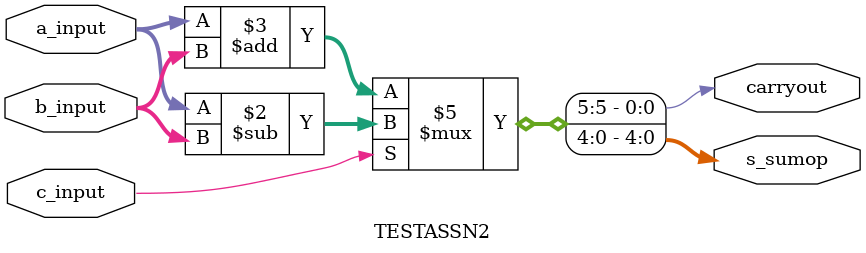
<source format=v>
module TESTASSN2(a_input,b_input,c_input,carryout, s_sumop);
input [3:0] a_input,b_input;
input c_input;
output reg[4:0] s_sumop;
output reg carryout;
   
      always@(a_input,b_input,c_input)
             begin 
                 if(c_input)
                  {carryout,s_sumop}=a_input-b_input;
                 else
                   {carryout,s_sumop}=a_input+b_input;
            end
				
endmodule

</source>
